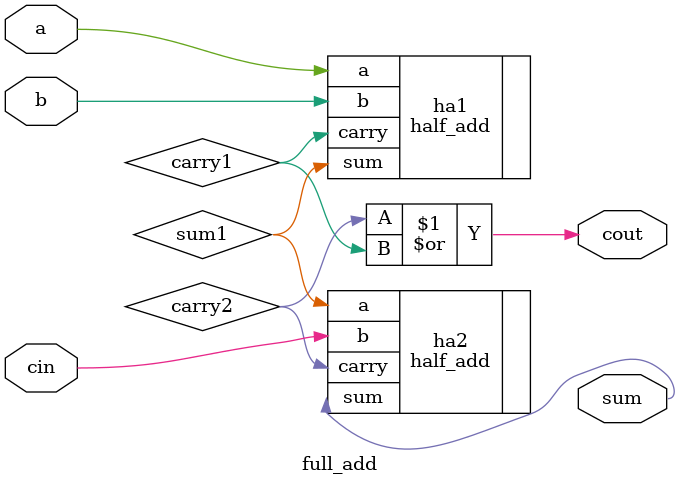
<source format=v>
`include "/home/amit_fesn/coding_verilog/struct_fa_ha/half_add.v"
module full_add(input a, b, cin, output sum, cout);
	wire sum1, carry1, carry2;
	//declare the instances of the 
	half_add ha1(.a(a),.b(b),.sum(sum1),.carry(carry1));
	half_add ha2(.a(sum1),.b(cin),.sum(sum),.carry(carry2));
	or o1(cout,carry2,carry1);
endmodule

</source>
